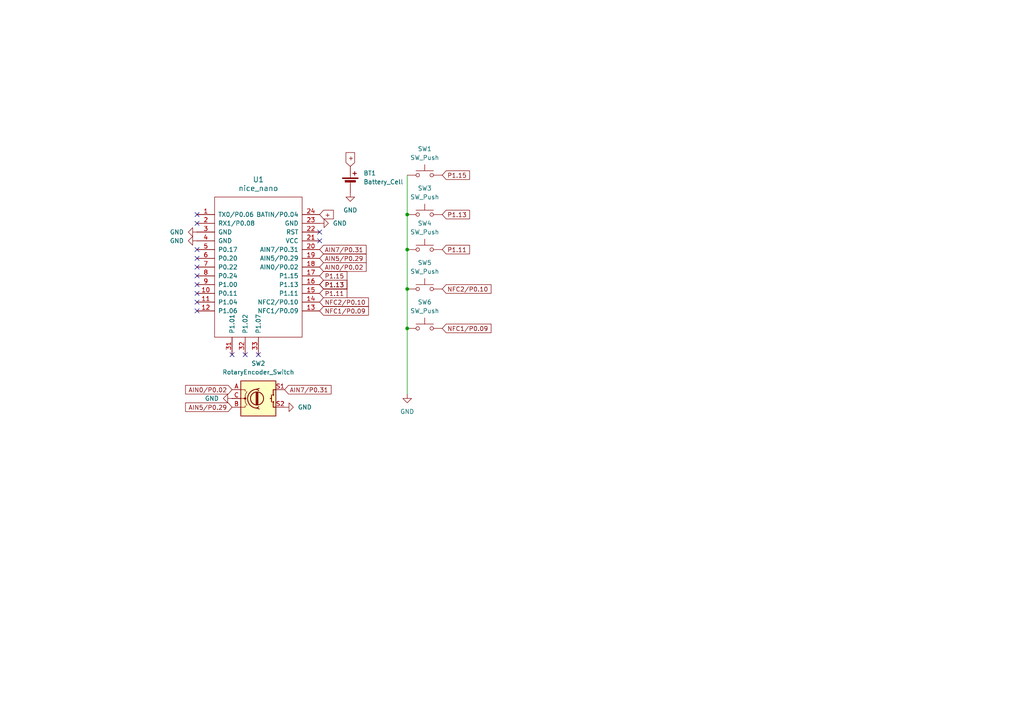
<source format=kicad_sch>
(kicad_sch
	(version 20250114)
	(generator "eeschema")
	(generator_version "9.0")
	(uuid "98a2bb2a-96d5-484b-84d1-2880932f63c2")
	(paper "A4")
	(lib_symbols
		(symbol "Device:Battery_Cell"
			(pin_numbers
				(hide yes)
			)
			(pin_names
				(offset 0)
				(hide yes)
			)
			(exclude_from_sim no)
			(in_bom yes)
			(on_board yes)
			(property "Reference" "BT"
				(at 2.54 2.54 0)
				(effects
					(font
						(size 1.27 1.27)
					)
					(justify left)
				)
			)
			(property "Value" "Battery_Cell"
				(at 2.54 0 0)
				(effects
					(font
						(size 1.27 1.27)
					)
					(justify left)
				)
			)
			(property "Footprint" ""
				(at 0 1.524 90)
				(effects
					(font
						(size 1.27 1.27)
					)
					(hide yes)
				)
			)
			(property "Datasheet" "~"
				(at 0 1.524 90)
				(effects
					(font
						(size 1.27 1.27)
					)
					(hide yes)
				)
			)
			(property "Description" "Single-cell battery"
				(at 0 0 0)
				(effects
					(font
						(size 1.27 1.27)
					)
					(hide yes)
				)
			)
			(property "ki_keywords" "battery cell"
				(at 0 0 0)
				(effects
					(font
						(size 1.27 1.27)
					)
					(hide yes)
				)
			)
			(symbol "Battery_Cell_0_1"
				(rectangle
					(start -2.286 1.778)
					(end 2.286 1.524)
					(stroke
						(width 0)
						(type default)
					)
					(fill
						(type outline)
					)
				)
				(rectangle
					(start -1.524 1.016)
					(end 1.524 0.508)
					(stroke
						(width 0)
						(type default)
					)
					(fill
						(type outline)
					)
				)
				(polyline
					(pts
						(xy 0 1.778) (xy 0 2.54)
					)
					(stroke
						(width 0)
						(type default)
					)
					(fill
						(type none)
					)
				)
				(polyline
					(pts
						(xy 0 0.762) (xy 0 0)
					)
					(stroke
						(width 0)
						(type default)
					)
					(fill
						(type none)
					)
				)
				(polyline
					(pts
						(xy 0.762 3.048) (xy 1.778 3.048)
					)
					(stroke
						(width 0.254)
						(type default)
					)
					(fill
						(type none)
					)
				)
				(polyline
					(pts
						(xy 1.27 3.556) (xy 1.27 2.54)
					)
					(stroke
						(width 0.254)
						(type default)
					)
					(fill
						(type none)
					)
				)
			)
			(symbol "Battery_Cell_1_1"
				(pin passive line
					(at 0 5.08 270)
					(length 2.54)
					(name "+"
						(effects
							(font
								(size 1.27 1.27)
							)
						)
					)
					(number "1"
						(effects
							(font
								(size 1.27 1.27)
							)
						)
					)
				)
				(pin passive line
					(at 0 -2.54 90)
					(length 2.54)
					(name "-"
						(effects
							(font
								(size 1.27 1.27)
							)
						)
					)
					(number "2"
						(effects
							(font
								(size 1.27 1.27)
							)
						)
					)
				)
			)
			(embedded_fonts no)
		)
		(symbol "Device:RotaryEncoder_Switch"
			(pin_names
				(offset 0.254)
				(hide yes)
			)
			(exclude_from_sim no)
			(in_bom yes)
			(on_board yes)
			(property "Reference" "SW"
				(at 0 6.604 0)
				(effects
					(font
						(size 1.27 1.27)
					)
				)
			)
			(property "Value" "RotaryEncoder_Switch"
				(at 0 -6.604 0)
				(effects
					(font
						(size 1.27 1.27)
					)
				)
			)
			(property "Footprint" ""
				(at -3.81 4.064 0)
				(effects
					(font
						(size 1.27 1.27)
					)
					(hide yes)
				)
			)
			(property "Datasheet" "~"
				(at 0 6.604 0)
				(effects
					(font
						(size 1.27 1.27)
					)
					(hide yes)
				)
			)
			(property "Description" "Rotary encoder, dual channel, incremental quadrate outputs, with switch"
				(at 0 0 0)
				(effects
					(font
						(size 1.27 1.27)
					)
					(hide yes)
				)
			)
			(property "ki_keywords" "rotary switch encoder switch push button"
				(at 0 0 0)
				(effects
					(font
						(size 1.27 1.27)
					)
					(hide yes)
				)
			)
			(property "ki_fp_filters" "RotaryEncoder*Switch*"
				(at 0 0 0)
				(effects
					(font
						(size 1.27 1.27)
					)
					(hide yes)
				)
			)
			(symbol "RotaryEncoder_Switch_0_1"
				(rectangle
					(start -5.08 5.08)
					(end 5.08 -5.08)
					(stroke
						(width 0.254)
						(type default)
					)
					(fill
						(type background)
					)
				)
				(polyline
					(pts
						(xy -5.08 2.54) (xy -3.81 2.54) (xy -3.81 2.032)
					)
					(stroke
						(width 0)
						(type default)
					)
					(fill
						(type none)
					)
				)
				(polyline
					(pts
						(xy -5.08 0) (xy -3.81 0) (xy -3.81 -1.016) (xy -3.302 -2.032)
					)
					(stroke
						(width 0)
						(type default)
					)
					(fill
						(type none)
					)
				)
				(polyline
					(pts
						(xy -5.08 -2.54) (xy -3.81 -2.54) (xy -3.81 -2.032)
					)
					(stroke
						(width 0)
						(type default)
					)
					(fill
						(type none)
					)
				)
				(polyline
					(pts
						(xy -4.318 0) (xy -3.81 0) (xy -3.81 1.016) (xy -3.302 2.032)
					)
					(stroke
						(width 0)
						(type default)
					)
					(fill
						(type none)
					)
				)
				(circle
					(center -3.81 0)
					(radius 0.254)
					(stroke
						(width 0)
						(type default)
					)
					(fill
						(type outline)
					)
				)
				(polyline
					(pts
						(xy -0.635 -1.778) (xy -0.635 1.778)
					)
					(stroke
						(width 0.254)
						(type default)
					)
					(fill
						(type none)
					)
				)
				(circle
					(center -0.381 0)
					(radius 1.905)
					(stroke
						(width 0.254)
						(type default)
					)
					(fill
						(type none)
					)
				)
				(polyline
					(pts
						(xy -0.381 -1.778) (xy -0.381 1.778)
					)
					(stroke
						(width 0.254)
						(type default)
					)
					(fill
						(type none)
					)
				)
				(arc
					(start -0.381 -2.794)
					(mid -3.0988 -0.0635)
					(end -0.381 2.667)
					(stroke
						(width 0.254)
						(type default)
					)
					(fill
						(type none)
					)
				)
				(polyline
					(pts
						(xy -0.127 1.778) (xy -0.127 -1.778)
					)
					(stroke
						(width 0.254)
						(type default)
					)
					(fill
						(type none)
					)
				)
				(polyline
					(pts
						(xy 0.254 2.921) (xy -0.508 2.667) (xy 0.127 2.286)
					)
					(stroke
						(width 0.254)
						(type default)
					)
					(fill
						(type none)
					)
				)
				(polyline
					(pts
						(xy 0.254 -3.048) (xy -0.508 -2.794) (xy 0.127 -2.413)
					)
					(stroke
						(width 0.254)
						(type default)
					)
					(fill
						(type none)
					)
				)
				(polyline
					(pts
						(xy 3.81 1.016) (xy 3.81 -1.016)
					)
					(stroke
						(width 0.254)
						(type default)
					)
					(fill
						(type none)
					)
				)
				(polyline
					(pts
						(xy 3.81 0) (xy 3.429 0)
					)
					(stroke
						(width 0.254)
						(type default)
					)
					(fill
						(type none)
					)
				)
				(circle
					(center 4.318 1.016)
					(radius 0.127)
					(stroke
						(width 0.254)
						(type default)
					)
					(fill
						(type none)
					)
				)
				(circle
					(center 4.318 -1.016)
					(radius 0.127)
					(stroke
						(width 0.254)
						(type default)
					)
					(fill
						(type none)
					)
				)
				(polyline
					(pts
						(xy 5.08 2.54) (xy 4.318 2.54) (xy 4.318 1.016)
					)
					(stroke
						(width 0.254)
						(type default)
					)
					(fill
						(type none)
					)
				)
				(polyline
					(pts
						(xy 5.08 -2.54) (xy 4.318 -2.54) (xy 4.318 -1.016)
					)
					(stroke
						(width 0.254)
						(type default)
					)
					(fill
						(type none)
					)
				)
			)
			(symbol "RotaryEncoder_Switch_1_1"
				(pin passive line
					(at -7.62 2.54 0)
					(length 2.54)
					(name "A"
						(effects
							(font
								(size 1.27 1.27)
							)
						)
					)
					(number "A"
						(effects
							(font
								(size 1.27 1.27)
							)
						)
					)
				)
				(pin passive line
					(at -7.62 0 0)
					(length 2.54)
					(name "C"
						(effects
							(font
								(size 1.27 1.27)
							)
						)
					)
					(number "C"
						(effects
							(font
								(size 1.27 1.27)
							)
						)
					)
				)
				(pin passive line
					(at -7.62 -2.54 0)
					(length 2.54)
					(name "B"
						(effects
							(font
								(size 1.27 1.27)
							)
						)
					)
					(number "B"
						(effects
							(font
								(size 1.27 1.27)
							)
						)
					)
				)
				(pin passive line
					(at 7.62 2.54 180)
					(length 2.54)
					(name "S1"
						(effects
							(font
								(size 1.27 1.27)
							)
						)
					)
					(number "S1"
						(effects
							(font
								(size 1.27 1.27)
							)
						)
					)
				)
				(pin passive line
					(at 7.62 -2.54 180)
					(length 2.54)
					(name "S2"
						(effects
							(font
								(size 1.27 1.27)
							)
						)
					)
					(number "S2"
						(effects
							(font
								(size 1.27 1.27)
							)
						)
					)
				)
			)
			(embedded_fonts no)
		)
		(symbol "Switch:SW_Push"
			(pin_numbers
				(hide yes)
			)
			(pin_names
				(offset 1.016)
				(hide yes)
			)
			(exclude_from_sim no)
			(in_bom yes)
			(on_board yes)
			(property "Reference" "SW"
				(at 1.27 2.54 0)
				(effects
					(font
						(size 1.27 1.27)
					)
					(justify left)
				)
			)
			(property "Value" "SW_Push"
				(at 0 -1.524 0)
				(effects
					(font
						(size 1.27 1.27)
					)
				)
			)
			(property "Footprint" ""
				(at 0 5.08 0)
				(effects
					(font
						(size 1.27 1.27)
					)
					(hide yes)
				)
			)
			(property "Datasheet" "~"
				(at 0 5.08 0)
				(effects
					(font
						(size 1.27 1.27)
					)
					(hide yes)
				)
			)
			(property "Description" "Push button switch, generic, two pins"
				(at 0 0 0)
				(effects
					(font
						(size 1.27 1.27)
					)
					(hide yes)
				)
			)
			(property "ki_keywords" "switch normally-open pushbutton push-button"
				(at 0 0 0)
				(effects
					(font
						(size 1.27 1.27)
					)
					(hide yes)
				)
			)
			(symbol "SW_Push_0_1"
				(circle
					(center -2.032 0)
					(radius 0.508)
					(stroke
						(width 0)
						(type default)
					)
					(fill
						(type none)
					)
				)
				(polyline
					(pts
						(xy 0 1.27) (xy 0 3.048)
					)
					(stroke
						(width 0)
						(type default)
					)
					(fill
						(type none)
					)
				)
				(circle
					(center 2.032 0)
					(radius 0.508)
					(stroke
						(width 0)
						(type default)
					)
					(fill
						(type none)
					)
				)
				(polyline
					(pts
						(xy 2.54 1.27) (xy -2.54 1.27)
					)
					(stroke
						(width 0)
						(type default)
					)
					(fill
						(type none)
					)
				)
				(pin passive line
					(at -5.08 0 0)
					(length 2.54)
					(name "1"
						(effects
							(font
								(size 1.27 1.27)
							)
						)
					)
					(number "1"
						(effects
							(font
								(size 1.27 1.27)
							)
						)
					)
				)
				(pin passive line
					(at 5.08 0 180)
					(length 2.54)
					(name "2"
						(effects
							(font
								(size 1.27 1.27)
							)
						)
					)
					(number "2"
						(effects
							(font
								(size 1.27 1.27)
							)
						)
					)
				)
			)
			(embedded_fonts no)
		)
		(symbol "nice_nano:nice_nano"
			(pin_names
				(offset 1.016)
			)
			(exclude_from_sim no)
			(in_bom yes)
			(on_board yes)
			(property "Reference" "U"
				(at 0 0 0)
				(effects
					(font
						(size 1.524 1.524)
					)
				)
			)
			(property "Value" "nice_nano"
				(at 0 2.54 0)
				(effects
					(font
						(size 1.524 1.524)
					)
				)
			)
			(property "Footprint" ""
				(at 26.67 -63.5 90)
				(effects
					(font
						(size 1.524 1.524)
					)
					(hide yes)
				)
			)
			(property "Datasheet" ""
				(at 26.67 -63.5 90)
				(effects
					(font
						(size 1.524 1.524)
					)
					(hide yes)
				)
			)
			(property "Description" ""
				(at 0 0 0)
				(effects
					(font
						(size 1.27 1.27)
					)
					(hide yes)
				)
			)
			(symbol "nice_nano_0_1"
				(rectangle
					(start -12.7 -21.59)
					(end 12.7 19.05)
					(stroke
						(width 0)
						(type solid)
					)
					(fill
						(type none)
					)
				)
			)
			(symbol "nice_nano_1_1"
				(pin input line
					(at -17.78 13.97 0)
					(length 5.08)
					(name "TX0/P0.06"
						(effects
							(font
								(size 1.27 1.27)
							)
						)
					)
					(number "1"
						(effects
							(font
								(size 1.27 1.27)
							)
						)
					)
				)
				(pin input line
					(at -17.78 11.43 0)
					(length 5.08)
					(name "RX1/P0.08"
						(effects
							(font
								(size 1.27 1.27)
							)
						)
					)
					(number "2"
						(effects
							(font
								(size 1.27 1.27)
							)
						)
					)
				)
				(pin input line
					(at -17.78 8.89 0)
					(length 5.08)
					(name "GND"
						(effects
							(font
								(size 1.27 1.27)
							)
						)
					)
					(number "3"
						(effects
							(font
								(size 1.27 1.27)
							)
						)
					)
				)
				(pin input line
					(at -17.78 6.35 0)
					(length 5.08)
					(name "GND"
						(effects
							(font
								(size 1.27 1.27)
							)
						)
					)
					(number "4"
						(effects
							(font
								(size 1.27 1.27)
							)
						)
					)
				)
				(pin input line
					(at -17.78 3.81 0)
					(length 5.08)
					(name "P0.17"
						(effects
							(font
								(size 1.27 1.27)
							)
						)
					)
					(number "5"
						(effects
							(font
								(size 1.27 1.27)
							)
						)
					)
				)
				(pin input line
					(at -17.78 1.27 0)
					(length 5.08)
					(name "P0.20"
						(effects
							(font
								(size 1.27 1.27)
							)
						)
					)
					(number "6"
						(effects
							(font
								(size 1.27 1.27)
							)
						)
					)
				)
				(pin input line
					(at -17.78 -1.27 0)
					(length 5.08)
					(name "P0.22"
						(effects
							(font
								(size 1.27 1.27)
							)
						)
					)
					(number "7"
						(effects
							(font
								(size 1.27 1.27)
							)
						)
					)
				)
				(pin input line
					(at -17.78 -3.81 0)
					(length 5.08)
					(name "P0.24"
						(effects
							(font
								(size 1.27 1.27)
							)
						)
					)
					(number "8"
						(effects
							(font
								(size 1.27 1.27)
							)
						)
					)
				)
				(pin input line
					(at -17.78 -6.35 0)
					(length 5.08)
					(name "P1.00"
						(effects
							(font
								(size 1.27 1.27)
							)
						)
					)
					(number "9"
						(effects
							(font
								(size 1.27 1.27)
							)
						)
					)
				)
				(pin input line
					(at -17.78 -8.89 0)
					(length 5.08)
					(name "P0.11"
						(effects
							(font
								(size 1.27 1.27)
							)
						)
					)
					(number "10"
						(effects
							(font
								(size 1.27 1.27)
							)
						)
					)
				)
				(pin input line
					(at -17.78 -11.43 0)
					(length 5.08)
					(name "P1.04"
						(effects
							(font
								(size 1.27 1.27)
							)
						)
					)
					(number "11"
						(effects
							(font
								(size 1.27 1.27)
							)
						)
					)
				)
				(pin input line
					(at -17.78 -13.97 0)
					(length 5.08)
					(name "P1.06"
						(effects
							(font
								(size 1.27 1.27)
							)
						)
					)
					(number "12"
						(effects
							(font
								(size 1.27 1.27)
							)
						)
					)
				)
				(pin input line
					(at -7.62 -26.67 90)
					(length 5.08)
					(name "P1.01"
						(effects
							(font
								(size 1.27 1.27)
							)
						)
					)
					(number "31"
						(effects
							(font
								(size 1.27 1.27)
							)
						)
					)
				)
				(pin input line
					(at -3.81 -26.67 90)
					(length 5.08)
					(name "P1.02"
						(effects
							(font
								(size 1.27 1.27)
							)
						)
					)
					(number "32"
						(effects
							(font
								(size 1.27 1.27)
							)
						)
					)
				)
				(pin input line
					(at 0 -26.67 90)
					(length 5.08)
					(name "P1.07"
						(effects
							(font
								(size 1.27 1.27)
							)
						)
					)
					(number "33"
						(effects
							(font
								(size 1.27 1.27)
							)
						)
					)
				)
				(pin input line
					(at 17.78 13.97 180)
					(length 5.08)
					(name "BATIN/P0.04"
						(effects
							(font
								(size 1.27 1.27)
							)
						)
					)
					(number "24"
						(effects
							(font
								(size 1.27 1.27)
							)
						)
					)
				)
				(pin input line
					(at 17.78 11.43 180)
					(length 5.08)
					(name "GND"
						(effects
							(font
								(size 1.27 1.27)
							)
						)
					)
					(number "23"
						(effects
							(font
								(size 1.27 1.27)
							)
						)
					)
				)
				(pin input line
					(at 17.78 8.89 180)
					(length 5.08)
					(name "RST"
						(effects
							(font
								(size 1.27 1.27)
							)
						)
					)
					(number "22"
						(effects
							(font
								(size 1.27 1.27)
							)
						)
					)
				)
				(pin input line
					(at 17.78 6.35 180)
					(length 5.08)
					(name "VCC"
						(effects
							(font
								(size 1.27 1.27)
							)
						)
					)
					(number "21"
						(effects
							(font
								(size 1.27 1.27)
							)
						)
					)
				)
				(pin input line
					(at 17.78 3.81 180)
					(length 5.08)
					(name "AIN7/P0.31"
						(effects
							(font
								(size 1.27 1.27)
							)
						)
					)
					(number "20"
						(effects
							(font
								(size 1.27 1.27)
							)
						)
					)
				)
				(pin input line
					(at 17.78 1.27 180)
					(length 5.08)
					(name "AIN5/P0.29"
						(effects
							(font
								(size 1.27 1.27)
							)
						)
					)
					(number "19"
						(effects
							(font
								(size 1.27 1.27)
							)
						)
					)
				)
				(pin input line
					(at 17.78 -1.27 180)
					(length 5.08)
					(name "AIN0/P0.02"
						(effects
							(font
								(size 1.27 1.27)
							)
						)
					)
					(number "18"
						(effects
							(font
								(size 1.27 1.27)
							)
						)
					)
				)
				(pin input line
					(at 17.78 -3.81 180)
					(length 5.08)
					(name "P1.15"
						(effects
							(font
								(size 1.27 1.27)
							)
						)
					)
					(number "17"
						(effects
							(font
								(size 1.27 1.27)
							)
						)
					)
				)
				(pin input line
					(at 17.78 -6.35 180)
					(length 5.08)
					(name "P1.13"
						(effects
							(font
								(size 1.27 1.27)
							)
						)
					)
					(number "16"
						(effects
							(font
								(size 1.27 1.27)
							)
						)
					)
				)
				(pin input line
					(at 17.78 -8.89 180)
					(length 5.08)
					(name "P1.11"
						(effects
							(font
								(size 1.27 1.27)
							)
						)
					)
					(number "15"
						(effects
							(font
								(size 1.27 1.27)
							)
						)
					)
				)
				(pin input line
					(at 17.78 -11.43 180)
					(length 5.08)
					(name "NFC2/P0.10"
						(effects
							(font
								(size 1.27 1.27)
							)
						)
					)
					(number "14"
						(effects
							(font
								(size 1.27 1.27)
							)
						)
					)
				)
				(pin input line
					(at 17.78 -13.97 180)
					(length 5.08)
					(name "NFC1/P0.09"
						(effects
							(font
								(size 1.27 1.27)
							)
						)
					)
					(number "13"
						(effects
							(font
								(size 1.27 1.27)
							)
						)
					)
				)
			)
			(embedded_fonts no)
		)
		(symbol "power:GND"
			(power)
			(pin_numbers
				(hide yes)
			)
			(pin_names
				(offset 0)
				(hide yes)
			)
			(exclude_from_sim no)
			(in_bom yes)
			(on_board yes)
			(property "Reference" "#PWR"
				(at 0 -6.35 0)
				(effects
					(font
						(size 1.27 1.27)
					)
					(hide yes)
				)
			)
			(property "Value" "GND"
				(at 0 -3.81 0)
				(effects
					(font
						(size 1.27 1.27)
					)
				)
			)
			(property "Footprint" ""
				(at 0 0 0)
				(effects
					(font
						(size 1.27 1.27)
					)
					(hide yes)
				)
			)
			(property "Datasheet" ""
				(at 0 0 0)
				(effects
					(font
						(size 1.27 1.27)
					)
					(hide yes)
				)
			)
			(property "Description" "Power symbol creates a global label with name \"GND\" , ground"
				(at 0 0 0)
				(effects
					(font
						(size 1.27 1.27)
					)
					(hide yes)
				)
			)
			(property "ki_keywords" "global power"
				(at 0 0 0)
				(effects
					(font
						(size 1.27 1.27)
					)
					(hide yes)
				)
			)
			(symbol "GND_0_1"
				(polyline
					(pts
						(xy 0 0) (xy 0 -1.27) (xy 1.27 -1.27) (xy 0 -2.54) (xy -1.27 -1.27) (xy 0 -1.27)
					)
					(stroke
						(width 0)
						(type default)
					)
					(fill
						(type none)
					)
				)
			)
			(symbol "GND_1_1"
				(pin power_in line
					(at 0 0 270)
					(length 0)
					(name "~"
						(effects
							(font
								(size 1.27 1.27)
							)
						)
					)
					(number "1"
						(effects
							(font
								(size 1.27 1.27)
							)
						)
					)
				)
			)
			(embedded_fonts no)
		)
	)
	(junction
		(at 118.11 95.25)
		(diameter 0)
		(color 0 0 0 0)
		(uuid "03bcfc26-16c7-4818-a156-3a81877fd36f")
	)
	(junction
		(at 118.11 83.82)
		(diameter 0)
		(color 0 0 0 0)
		(uuid "107d5564-e1bf-4183-9312-00dfe043e7e9")
	)
	(junction
		(at 118.11 72.39)
		(diameter 0)
		(color 0 0 0 0)
		(uuid "35551796-0f24-4977-ad75-1aeee52a0d3c")
	)
	(junction
		(at 118.11 62.23)
		(diameter 0)
		(color 0 0 0 0)
		(uuid "aa506fc0-7280-460c-8e2d-e753d73ee1fd")
	)
	(no_connect
		(at 57.15 62.23)
		(uuid "03600bbf-d8dd-4d2b-b302-ab5862789d8e")
	)
	(no_connect
		(at 57.15 85.09)
		(uuid "0dc0a110-67ef-46eb-9aa6-f40752766828")
	)
	(no_connect
		(at 74.93 102.87)
		(uuid "0f8b5c71-9af8-4d23-a5ba-b8189eea8c3f")
	)
	(no_connect
		(at 57.15 80.01)
		(uuid "1ac4512e-73cf-4b58-9382-8a67082d0abf")
	)
	(no_connect
		(at 57.15 77.47)
		(uuid "34d474cb-307e-42e8-9e81-3dfbb1fd9960")
	)
	(no_connect
		(at 57.15 74.93)
		(uuid "3c2109c9-6e48-427d-ab5b-8433f32e26b6")
	)
	(no_connect
		(at 71.12 102.87)
		(uuid "5023238c-8848-4e6f-8c30-60832798afdd")
	)
	(no_connect
		(at 67.31 102.87)
		(uuid "5d47f299-8264-4310-b227-15b29dfc6f2c")
	)
	(no_connect
		(at 92.71 69.85)
		(uuid "73fb0cfe-4192-4f5c-b5f1-24a8f2219391")
	)
	(no_connect
		(at 57.15 87.63)
		(uuid "7690d6ad-3aec-47c1-b72f-64e5e957268e")
	)
	(no_connect
		(at 92.71 67.31)
		(uuid "be15f869-761c-4277-8a8e-2129ad7b4e04")
	)
	(no_connect
		(at 57.15 64.77)
		(uuid "d6273572-1fac-4c88-a96d-caaa4a1f43ae")
	)
	(no_connect
		(at 57.15 82.55)
		(uuid "d856daf5-953e-45bf-995e-9b8ba6b96cf5")
	)
	(no_connect
		(at 57.15 90.17)
		(uuid "e07427a0-a100-4a83-902d-f2ae3ad3aa96")
	)
	(no_connect
		(at 57.15 72.39)
		(uuid "f7980919-05ad-4e0c-96b2-e1cefc15e63f")
	)
	(wire
		(pts
			(xy 118.11 50.8) (xy 118.11 62.23)
		)
		(stroke
			(width 0)
			(type default)
		)
		(uuid "1e19da73-fbea-4979-9534-242ee0c00fc3")
	)
	(wire
		(pts
			(xy 118.11 83.82) (xy 118.11 95.25)
		)
		(stroke
			(width 0)
			(type default)
		)
		(uuid "20979c84-1096-44b1-bfb9-6ebd9f00fd5b")
	)
	(wire
		(pts
			(xy 118.11 62.23) (xy 118.11 72.39)
		)
		(stroke
			(width 0)
			(type default)
		)
		(uuid "be5030a5-2f2a-4f02-9eb1-f33ec1810054")
	)
	(wire
		(pts
			(xy 118.11 95.25) (xy 118.11 114.3)
		)
		(stroke
			(width 0)
			(type default)
		)
		(uuid "f7e2feb4-0601-4fa9-a012-80e5f4a01e43")
	)
	(wire
		(pts
			(xy 118.11 72.39) (xy 118.11 83.82)
		)
		(stroke
			(width 0)
			(type default)
		)
		(uuid "fea95839-2997-4059-8c9d-69ef9bf53dcb")
	)
	(global_label "AIN0/P0.02"
		(shape input)
		(at 92.71 77.47 0)
		(effects
			(font
				(size 1.27 1.27)
			)
			(justify left)
		)
		(uuid "14378bc0-1dab-4d23-8da7-058235957933")
		(property "Intersheetrefs" "${INTERSHEET_REFS}"
			(at 92.71 77.47 0)
			(effects
				(font
					(size 1.27 1.27)
				)
				(hide yes)
			)
		)
	)
	(global_label "P1.15"
		(shape input)
		(at 128.27 50.8 0)
		(effects
			(font
				(size 1.27 1.27)
			)
			(justify left)
		)
		(uuid "1960f566-3cf1-48d9-943a-989c1273d147")
		(property "Intersheetrefs" "${INTERSHEET_REFS}"
			(at 128.27 50.8 0)
			(effects
				(font
					(size 1.27 1.27)
				)
				(hide yes)
			)
		)
	)
	(global_label "NFC2/P0.10"
		(shape input)
		(at 92.71 87.63 0)
		(effects
			(font
				(size 1.27 1.27)
			)
			(justify left)
		)
		(uuid "309d0cca-385a-4c88-b150-712601e7f8a6")
		(property "Intersheetrefs" "${INTERSHEET_REFS}"
			(at 92.71 87.63 0)
			(effects
				(font
					(size 1.27 1.27)
				)
				(hide yes)
			)
		)
	)
	(global_label "NFC2/P0.10"
		(shape input)
		(at 128.27 83.82 0)
		(effects
			(font
				(size 1.27 1.27)
			)
			(justify left)
		)
		(uuid "45757877-d305-4fde-bb74-a5e5c6e07656")
		(property "Intersheetrefs" "${INTERSHEET_REFS}"
			(at 128.27 83.82 0)
			(effects
				(font
					(size 1.27 1.27)
				)
				(hide yes)
			)
		)
	)
	(global_label "P1.13"
		(shape input)
		(at 128.27 62.23 0)
		(effects
			(font
				(size 1.27 1.27)
			)
			(justify left)
		)
		(uuid "4f5bce5d-c2f0-4b5c-889f-e13916cca8ac")
		(property "Intersheetrefs" "${INTERSHEET_REFS}"
			(at 128.27 62.23 0)
			(effects
				(font
					(size 1.27 1.27)
				)
				(hide yes)
			)
		)
	)
	(global_label "+"
		(shape input)
		(at 92.71 62.23 0)
		(effects
			(font
				(size 1.27 1.27)
			)
			(justify left)
		)
		(uuid "4ff82684-816f-4a3e-8a47-1d9d472fd124")
		(property "Intersheetrefs" "${INTERSHEET_REFS}"
			(at 92.71 62.23 0)
			(effects
				(font
					(size 1.27 1.27)
				)
				(hide yes)
			)
		)
	)
	(global_label "AIN5/P0.29"
		(shape input)
		(at 67.31 118.11 180)
		(effects
			(font
				(size 1.27 1.27)
			)
			(justify right)
		)
		(uuid "57bbe78f-06aa-4272-a1b9-e1e73b0ea68b")
		(property "Intersheetrefs" "${INTERSHEET_REFS}"
			(at 67.31 118.11 0)
			(effects
				(font
					(size 1.27 1.27)
				)
				(hide yes)
			)
		)
	)
	(global_label "P1.15"
		(shape input)
		(at 92.71 80.01 0)
		(effects
			(font
				(size 1.27 1.27)
			)
			(justify left)
		)
		(uuid "6616a143-1670-45ef-af3c-ba27647da946")
		(property "Intersheetrefs" "${INTERSHEET_REFS}"
			(at 92.71 80.01 0)
			(effects
				(font
					(size 1.27 1.27)
				)
				(hide yes)
			)
		)
	)
	(global_label "P1.11"
		(shape input)
		(at 92.71 85.09 0)
		(effects
			(font
				(size 1.27 1.27)
			)
			(justify left)
		)
		(uuid "7fa2a66f-2cf8-46dc-a055-28ff943b32aa")
		(property "Intersheetrefs" "${INTERSHEET_REFS}"
			(at 92.71 85.09 0)
			(effects
				(font
					(size 1.27 1.27)
				)
				(hide yes)
			)
		)
	)
	(global_label "P1.11"
		(shape input)
		(at 128.27 72.39 0)
		(effects
			(font
				(size 1.27 1.27)
			)
			(justify left)
		)
		(uuid "886aa2ef-6078-48c9-b4e0-7d9ca6fc01b0")
		(property "Intersheetrefs" "${INTERSHEET_REFS}"
			(at 128.27 72.39 0)
			(effects
				(font
					(size 1.27 1.27)
				)
				(hide yes)
			)
		)
	)
	(global_label "AIN7/P0.31"
		(shape input)
		(at 82.55 113.03 0)
		(effects
			(font
				(size 1.27 1.27)
			)
			(justify left)
		)
		(uuid "8da7dc7e-2e6b-4539-8e54-b1c9ba680f01")
		(property "Intersheetrefs" "${INTERSHEET_REFS}"
			(at 82.55 113.03 0)
			(effects
				(font
					(size 1.27 1.27)
				)
				(hide yes)
			)
		)
	)
	(global_label "AIN7/P0.31"
		(shape input)
		(at 92.71 72.39 0)
		(effects
			(font
				(size 1.27 1.27)
			)
			(justify left)
		)
		(uuid "9552da8c-8205-4f8f-82c6-afea1884a314")
		(property "Intersheetrefs" "${INTERSHEET_REFS}"
			(at 92.71 72.39 0)
			(effects
				(font
					(size 1.27 1.27)
				)
				(hide yes)
			)
		)
	)
	(global_label "P1.13"
		(shape input)
		(at 92.71 82.55 0)
		(effects
			(font
				(size 1.27 1.27)
			)
			(justify left)
		)
		(uuid "9908038e-e2e7-4ec9-969e-46e76ebc022c")
		(property "Intersheetrefs" "${INTERSHEET_REFS}"
			(at 92.71 82.55 0)
			(effects
				(font
					(size 1.27 1.27)
				)
				(hide yes)
			)
		)
	)
	(global_label "P1.13"
		(shape input)
		(at 92.71 82.55 0)
		(effects
			(font
				(size 1.27 1.27)
			)
			(justify left)
		)
		(uuid "cbfe44be-8d16-4e2a-ab82-a179d9aa076a")
		(property "Intersheetrefs" "${INTERSHEET_REFS}"
			(at 92.71 82.55 0)
			(effects
				(font
					(size 1.27 1.27)
				)
				(hide yes)
			)
		)
	)
	(global_label "AIN0/P0.02"
		(shape input)
		(at 67.31 113.03 180)
		(effects
			(font
				(size 1.27 1.27)
			)
			(justify right)
		)
		(uuid "ce1c9288-dbab-45db-b5b4-e57e606a6c7a")
		(property "Intersheetrefs" "${INTERSHEET_REFS}"
			(at 67.31 113.03 0)
			(effects
				(font
					(size 1.27 1.27)
				)
				(hide yes)
			)
		)
	)
	(global_label "NFC1/P0.09"
		(shape input)
		(at 128.27 95.25 0)
		(effects
			(font
				(size 1.27 1.27)
			)
			(justify left)
		)
		(uuid "d0403781-4175-4438-a722-f2d5fd2330f0")
		(property "Intersheetrefs" "${INTERSHEET_REFS}"
			(at 128.27 95.25 0)
			(effects
				(font
					(size 1.27 1.27)
				)
				(hide yes)
			)
		)
	)
	(global_label "+"
		(shape input)
		(at 101.6 48.26 90)
		(effects
			(font
				(size 1.27 1.27)
			)
			(justify left)
		)
		(uuid "d0b05bb4-01b8-4e7f-9760-8c136b5aaf15")
		(property "Intersheetrefs" "${INTERSHEET_REFS}"
			(at 101.6 48.26 90)
			(effects
				(font
					(size 1.27 1.27)
				)
				(hide yes)
			)
		)
	)
	(global_label "NFC1/P0.09"
		(shape input)
		(at 92.71 90.17 0)
		(effects
			(font
				(size 1.27 1.27)
			)
			(justify left)
		)
		(uuid "f4de7f01-1e80-4efc-bcc2-539bb3e1e0eb")
		(property "Intersheetrefs" "${INTERSHEET_REFS}"
			(at 92.71 90.17 0)
			(effects
				(font
					(size 1.27 1.27)
				)
				(hide yes)
			)
		)
	)
	(global_label "AIN5/P0.29"
		(shape input)
		(at 92.71 74.93 0)
		(effects
			(font
				(size 1.27 1.27)
			)
			(justify left)
		)
		(uuid "fbd87eb4-122a-402c-8857-4731b9864c11")
		(property "Intersheetrefs" "${INTERSHEET_REFS}"
			(at 92.71 74.93 0)
			(effects
				(font
					(size 1.27 1.27)
				)
				(hide yes)
			)
		)
	)
	(symbol
		(lib_id "Device:Battery_Cell")
		(at 101.6 53.34 0)
		(unit 1)
		(exclude_from_sim no)
		(in_bom yes)
		(on_board yes)
		(dnp no)
		(fields_autoplaced yes)
		(uuid "0cac2230-e583-46dd-8dac-c554c2aa8de9")
		(property "Reference" "BT1"
			(at 105.41 50.2284 0)
			(effects
				(font
					(size 1.27 1.27)
				)
				(justify left)
			)
		)
		(property "Value" "Battery_Cell"
			(at 105.41 52.7684 0)
			(effects
				(font
					(size 1.27 1.27)
				)
				(justify left)
			)
		)
		(property "Footprint" ""
			(at 101.6 51.816 90)
			(effects
				(font
					(size 1.27 1.27)
				)
				(hide yes)
			)
		)
		(property "Datasheet" "~"
			(at 101.6 51.816 90)
			(effects
				(font
					(size 1.27 1.27)
				)
				(hide yes)
			)
		)
		(property "Description" "Single-cell battery"
			(at 101.6 53.34 0)
			(effects
				(font
					(size 1.27 1.27)
				)
				(hide yes)
			)
		)
		(pin "2"
			(uuid "8828649e-888f-416c-99b9-fdc928da6b2e")
		)
		(pin "1"
			(uuid "473e17c3-d290-4e64-a495-838037678e44")
		)
		(instances
			(project ""
				(path "/98a2bb2a-96d5-484b-84d1-2880932f63c2"
					(reference "BT1")
					(unit 1)
				)
			)
		)
	)
	(symbol
		(lib_id "nice_nano:nice_nano")
		(at 74.93 76.2 0)
		(unit 1)
		(exclude_from_sim no)
		(in_bom yes)
		(on_board yes)
		(dnp no)
		(fields_autoplaced yes)
		(uuid "13aea12e-ee76-4bf3-89e0-ac7cd0888480")
		(property "Reference" "U1"
			(at 74.93 52.07 0)
			(effects
				(font
					(size 1.524 1.524)
				)
			)
		)
		(property "Value" "nice_nano"
			(at 74.93 54.61 0)
			(effects
				(font
					(size 1.524 1.524)
				)
			)
		)
		(property "Footprint" "nice:nice_nano"
			(at 101.6 139.7 90)
			(effects
				(font
					(size 1.524 1.524)
				)
				(hide yes)
			)
		)
		(property "Datasheet" ""
			(at 101.6 139.7 90)
			(effects
				(font
					(size 1.524 1.524)
				)
				(hide yes)
			)
		)
		(property "Description" ""
			(at 74.93 76.2 0)
			(effects
				(font
					(size 1.27 1.27)
				)
				(hide yes)
			)
		)
		(pin "24"
			(uuid "08270c28-e130-41b7-8961-f168ae6c3a6a")
		)
		(pin "7"
			(uuid "4160376c-ebfb-45bf-8d8c-6e83d8d4f5af")
		)
		(pin "10"
			(uuid "83214560-bfc8-484b-9e67-9634f9b1a82b")
		)
		(pin "3"
			(uuid "a83bf617-0877-4427-bed0-b663b6ad8102")
		)
		(pin "5"
			(uuid "b311347f-759d-4f67-91d9-85e1764acb79")
		)
		(pin "2"
			(uuid "29678f77-a380-4887-be05-71f5f2c4df0b")
		)
		(pin "6"
			(uuid "a803110e-a61c-4c2d-852d-d8248803f841")
		)
		(pin "9"
			(uuid "f32911a9-11ff-40b5-bbb1-ed4336655938")
		)
		(pin "4"
			(uuid "e2956dfe-eebb-4b8c-9cf2-401fc9e077f0")
		)
		(pin "31"
			(uuid "d75188d4-58f6-4202-b0b7-c4a9307e9a6a")
		)
		(pin "1"
			(uuid "56b7dd7b-7af3-4624-a8a8-baddaa1015d8")
		)
		(pin "8"
			(uuid "eb7a87b9-52f8-4ede-8ad5-dcae9443477b")
		)
		(pin "11"
			(uuid "010267ec-cfc1-4f50-a9ce-de9cb9060462")
		)
		(pin "12"
			(uuid "93c17528-9f08-4c31-b969-f00508c9337c")
		)
		(pin "32"
			(uuid "a9580f69-b740-41a2-b4aa-ed25e379ffbf")
		)
		(pin "33"
			(uuid "7fc97f72-c0fc-486d-9693-4fc168f6f4b5")
		)
		(pin "13"
			(uuid "e238ecb2-4a25-4205-a93f-046775af0db5")
		)
		(pin "19"
			(uuid "2ecdc8f1-c41c-4f4b-8964-47a83cd7bd24")
		)
		(pin "21"
			(uuid "9ce226c8-5990-46b9-9166-a170e876323f")
		)
		(pin "22"
			(uuid "fc4a2d6a-f0d9-4867-863d-11c491523b7d")
		)
		(pin "18"
			(uuid "614d917f-24d9-4b73-aaf2-654f046030e7")
		)
		(pin "16"
			(uuid "00cc1df6-8fb0-4ac7-838f-b025b4614f1d")
		)
		(pin "15"
			(uuid "e334686b-195d-4c07-83e2-20925e533436")
		)
		(pin "20"
			(uuid "5d11a676-360c-4a18-a853-0910cef8f9f7")
		)
		(pin "14"
			(uuid "3df827b3-0855-4a78-b7dc-16bd6982ac4c")
		)
		(pin "23"
			(uuid "a49197b9-8b0e-4a2b-a928-68e5917e4c54")
		)
		(pin "17"
			(uuid "5bb91c71-5b9c-4441-b01a-956f8bb4d02d")
		)
		(instances
			(project ""
				(path "/98a2bb2a-96d5-484b-84d1-2880932f63c2"
					(reference "U1")
					(unit 1)
				)
			)
		)
	)
	(symbol
		(lib_id "Device:RotaryEncoder_Switch")
		(at 74.93 115.57 0)
		(unit 1)
		(exclude_from_sim no)
		(in_bom yes)
		(on_board yes)
		(dnp no)
		(fields_autoplaced yes)
		(uuid "3368de2b-ed5c-4b41-a724-e4883c5bc189")
		(property "Reference" "SW2"
			(at 74.93 105.41 0)
			(effects
				(font
					(size 1.27 1.27)
				)
			)
		)
		(property "Value" "RotaryEncoder_Switch"
			(at 74.93 107.95 0)
			(effects
				(font
					(size 1.27 1.27)
				)
			)
		)
		(property "Footprint" "Rotary_Encoder:RotaryEncoder_Alps_EC11E-Switch_Vertical_H20mm_MountingHoles"
			(at 71.12 111.506 0)
			(effects
				(font
					(size 1.27 1.27)
				)
				(hide yes)
			)
		)
		(property "Datasheet" "~"
			(at 74.93 108.966 0)
			(effects
				(font
					(size 1.27 1.27)
				)
				(hide yes)
			)
		)
		(property "Description" "Rotary encoder, dual channel, incremental quadrate outputs, with switch"
			(at 74.93 115.57 0)
			(effects
				(font
					(size 1.27 1.27)
				)
				(hide yes)
			)
		)
		(pin "C"
			(uuid "19232932-e403-455b-8a02-867fde7a0de6")
		)
		(pin "B"
			(uuid "d3015e5d-76be-44c2-b908-821068a0d246")
		)
		(pin "S1"
			(uuid "5093942d-a59c-4808-8ef8-33d7c7183bf7")
		)
		(pin "A"
			(uuid "c3555095-4386-4b2f-a1e7-c142180e91f0")
		)
		(pin "S2"
			(uuid "f714ac47-6dfa-415b-a5e1-4cc63dd98231")
		)
		(instances
			(project ""
				(path "/98a2bb2a-96d5-484b-84d1-2880932f63c2"
					(reference "SW2")
					(unit 1)
				)
			)
		)
	)
	(symbol
		(lib_id "power:GND")
		(at 57.15 69.85 270)
		(unit 1)
		(exclude_from_sim no)
		(in_bom yes)
		(on_board yes)
		(dnp no)
		(fields_autoplaced yes)
		(uuid "3c0ee37a-8abd-4a87-8cca-e79f121a9598")
		(property "Reference" "#PWR06"
			(at 50.8 69.85 0)
			(effects
				(font
					(size 1.27 1.27)
				)
				(hide yes)
			)
		)
		(property "Value" "GND"
			(at 53.34 69.8499 90)
			(effects
				(font
					(size 1.27 1.27)
				)
				(justify right)
			)
		)
		(property "Footprint" ""
			(at 57.15 69.85 0)
			(effects
				(font
					(size 1.27 1.27)
				)
				(hide yes)
			)
		)
		(property "Datasheet" ""
			(at 57.15 69.85 0)
			(effects
				(font
					(size 1.27 1.27)
				)
				(hide yes)
			)
		)
		(property "Description" "Power symbol creates a global label with name \"GND\" , ground"
			(at 57.15 69.85 0)
			(effects
				(font
					(size 1.27 1.27)
				)
				(hide yes)
			)
		)
		(pin "1"
			(uuid "ff305d35-eea9-497a-9609-8ab80d9fc218")
		)
		(instances
			(project "DuoPad"
				(path "/98a2bb2a-96d5-484b-84d1-2880932f63c2"
					(reference "#PWR06")
					(unit 1)
				)
			)
		)
	)
	(symbol
		(lib_id "power:GND")
		(at 82.55 118.11 90)
		(unit 1)
		(exclude_from_sim no)
		(in_bom yes)
		(on_board yes)
		(dnp no)
		(fields_autoplaced yes)
		(uuid "4f7af3c3-343a-4914-86b2-44bb1b593d66")
		(property "Reference" "#PWR03"
			(at 88.9 118.11 0)
			(effects
				(font
					(size 1.27 1.27)
				)
				(hide yes)
			)
		)
		(property "Value" "GND"
			(at 86.36 118.1099 90)
			(effects
				(font
					(size 1.27 1.27)
				)
				(justify right)
			)
		)
		(property "Footprint" ""
			(at 82.55 118.11 0)
			(effects
				(font
					(size 1.27 1.27)
				)
				(hide yes)
			)
		)
		(property "Datasheet" ""
			(at 82.55 118.11 0)
			(effects
				(font
					(size 1.27 1.27)
				)
				(hide yes)
			)
		)
		(property "Description" "Power symbol creates a global label with name \"GND\" , ground"
			(at 82.55 118.11 0)
			(effects
				(font
					(size 1.27 1.27)
				)
				(hide yes)
			)
		)
		(pin "1"
			(uuid "8e9a6266-f449-48ad-be9c-d75dc93b9bfa")
		)
		(instances
			(project "DuoPad"
				(path "/98a2bb2a-96d5-484b-84d1-2880932f63c2"
					(reference "#PWR03")
					(unit 1)
				)
			)
		)
	)
	(symbol
		(lib_id "Switch:SW_Push")
		(at 123.19 95.25 0)
		(unit 1)
		(exclude_from_sim no)
		(in_bom yes)
		(on_board yes)
		(dnp no)
		(fields_autoplaced yes)
		(uuid "69049d75-b70f-4358-b46f-cd39998c4e1e")
		(property "Reference" "SW6"
			(at 123.19 87.63 0)
			(effects
				(font
					(size 1.27 1.27)
				)
			)
		)
		(property "Value" "SW_Push"
			(at 123.19 90.17 0)
			(effects
				(font
					(size 1.27 1.27)
				)
			)
		)
		(property "Footprint" "Button_Switch_Keyboard:SW_Cherry_MX_1.00u_PCB"
			(at 123.19 90.17 0)
			(effects
				(font
					(size 1.27 1.27)
				)
				(hide yes)
			)
		)
		(property "Datasheet" "~"
			(at 123.19 90.17 0)
			(effects
				(font
					(size 1.27 1.27)
				)
				(hide yes)
			)
		)
		(property "Description" "Push button switch, generic, two pins"
			(at 123.19 95.25 0)
			(effects
				(font
					(size 1.27 1.27)
				)
				(hide yes)
			)
		)
		(pin "1"
			(uuid "61c925ff-464c-4045-bd1b-73f3d712d24b")
		)
		(pin "2"
			(uuid "09cba107-a645-4a1b-aa40-fedbbba7ccdd")
		)
		(instances
			(project "DuoPad"
				(path "/98a2bb2a-96d5-484b-84d1-2880932f63c2"
					(reference "SW6")
					(unit 1)
				)
			)
		)
	)
	(symbol
		(lib_id "Switch:SW_Push")
		(at 123.19 72.39 0)
		(unit 1)
		(exclude_from_sim no)
		(in_bom yes)
		(on_board yes)
		(dnp no)
		(fields_autoplaced yes)
		(uuid "720032f0-3c37-440b-babe-c6c62b572e21")
		(property "Reference" "SW4"
			(at 123.19 64.77 0)
			(effects
				(font
					(size 1.27 1.27)
				)
			)
		)
		(property "Value" "SW_Push"
			(at 123.19 67.31 0)
			(effects
				(font
					(size 1.27 1.27)
				)
			)
		)
		(property "Footprint" "Button_Switch_Keyboard:SW_Cherry_MX_1.00u_PCB"
			(at 123.19 67.31 0)
			(effects
				(font
					(size 1.27 1.27)
				)
				(hide yes)
			)
		)
		(property "Datasheet" "~"
			(at 123.19 67.31 0)
			(effects
				(font
					(size 1.27 1.27)
				)
				(hide yes)
			)
		)
		(property "Description" "Push button switch, generic, two pins"
			(at 123.19 72.39 0)
			(effects
				(font
					(size 1.27 1.27)
				)
				(hide yes)
			)
		)
		(pin "1"
			(uuid "3c7c36f2-7e2f-4be9-87c3-a0fa25400dec")
		)
		(pin "2"
			(uuid "eb431fda-aeb1-4bae-b549-7cb4dbad8fb7")
		)
		(instances
			(project "DuoPad"
				(path "/98a2bb2a-96d5-484b-84d1-2880932f63c2"
					(reference "SW4")
					(unit 1)
				)
			)
		)
	)
	(symbol
		(lib_id "power:GND")
		(at 101.6 55.88 0)
		(unit 1)
		(exclude_from_sim no)
		(in_bom yes)
		(on_board yes)
		(dnp no)
		(fields_autoplaced yes)
		(uuid "9d719eb8-7e8b-45a8-a1a3-67b517ff1bf3")
		(property "Reference" "#PWR07"
			(at 101.6 62.23 0)
			(effects
				(font
					(size 1.27 1.27)
				)
				(hide yes)
			)
		)
		(property "Value" "GND"
			(at 101.6 60.96 0)
			(effects
				(font
					(size 1.27 1.27)
				)
			)
		)
		(property "Footprint" ""
			(at 101.6 55.88 0)
			(effects
				(font
					(size 1.27 1.27)
				)
				(hide yes)
			)
		)
		(property "Datasheet" ""
			(at 101.6 55.88 0)
			(effects
				(font
					(size 1.27 1.27)
				)
				(hide yes)
			)
		)
		(property "Description" "Power symbol creates a global label with name \"GND\" , ground"
			(at 101.6 55.88 0)
			(effects
				(font
					(size 1.27 1.27)
				)
				(hide yes)
			)
		)
		(pin "1"
			(uuid "1bcff0af-c737-435c-a3ac-1fbeb851442b")
		)
		(instances
			(project "DuoPad"
				(path "/98a2bb2a-96d5-484b-84d1-2880932f63c2"
					(reference "#PWR07")
					(unit 1)
				)
			)
		)
	)
	(symbol
		(lib_id "Switch:SW_Push")
		(at 123.19 50.8 0)
		(unit 1)
		(exclude_from_sim no)
		(in_bom yes)
		(on_board yes)
		(dnp no)
		(fields_autoplaced yes)
		(uuid "9f92eb4a-d295-4703-9e7a-b8d8fba1d713")
		(property "Reference" "SW1"
			(at 123.19 43.18 0)
			(effects
				(font
					(size 1.27 1.27)
				)
			)
		)
		(property "Value" "SW_Push"
			(at 123.19 45.72 0)
			(effects
				(font
					(size 1.27 1.27)
				)
			)
		)
		(property "Footprint" "Button_Switch_Keyboard:SW_Cherry_MX_1.00u_PCB"
			(at 123.19 45.72 0)
			(effects
				(font
					(size 1.27 1.27)
				)
				(hide yes)
			)
		)
		(property "Datasheet" "~"
			(at 123.19 45.72 0)
			(effects
				(font
					(size 1.27 1.27)
				)
				(hide yes)
			)
		)
		(property "Description" "Push button switch, generic, two pins"
			(at 123.19 50.8 0)
			(effects
				(font
					(size 1.27 1.27)
				)
				(hide yes)
			)
		)
		(pin "1"
			(uuid "74664789-09b4-4644-bbb1-ac1eeca016a3")
		)
		(pin "2"
			(uuid "b4e28af6-fb06-44a7-bdcb-dc32063eb6d0")
		)
		(instances
			(project ""
				(path "/98a2bb2a-96d5-484b-84d1-2880932f63c2"
					(reference "SW1")
					(unit 1)
				)
			)
		)
	)
	(symbol
		(lib_id "power:GND")
		(at 118.11 114.3 0)
		(unit 1)
		(exclude_from_sim no)
		(in_bom yes)
		(on_board yes)
		(dnp no)
		(fields_autoplaced yes)
		(uuid "a08b7b7f-e9c9-4e3b-be44-f0f5183c5c20")
		(property "Reference" "#PWR01"
			(at 118.11 120.65 0)
			(effects
				(font
					(size 1.27 1.27)
				)
				(hide yes)
			)
		)
		(property "Value" "GND"
			(at 118.11 119.38 0)
			(effects
				(font
					(size 1.27 1.27)
				)
			)
		)
		(property "Footprint" ""
			(at 118.11 114.3 0)
			(effects
				(font
					(size 1.27 1.27)
				)
				(hide yes)
			)
		)
		(property "Datasheet" ""
			(at 118.11 114.3 0)
			(effects
				(font
					(size 1.27 1.27)
				)
				(hide yes)
			)
		)
		(property "Description" "Power symbol creates a global label with name \"GND\" , ground"
			(at 118.11 114.3 0)
			(effects
				(font
					(size 1.27 1.27)
				)
				(hide yes)
			)
		)
		(pin "1"
			(uuid "cef553bf-3570-440f-b67b-7148d30242ea")
		)
		(instances
			(project ""
				(path "/98a2bb2a-96d5-484b-84d1-2880932f63c2"
					(reference "#PWR01")
					(unit 1)
				)
			)
		)
	)
	(symbol
		(lib_id "power:GND")
		(at 67.31 115.57 270)
		(unit 1)
		(exclude_from_sim no)
		(in_bom yes)
		(on_board yes)
		(dnp no)
		(fields_autoplaced yes)
		(uuid "a5194fbd-9e2e-4a19-bc2a-7e30adbf85ad")
		(property "Reference" "#PWR04"
			(at 60.96 115.57 0)
			(effects
				(font
					(size 1.27 1.27)
				)
				(hide yes)
			)
		)
		(property "Value" "GND"
			(at 63.5 115.5699 90)
			(effects
				(font
					(size 1.27 1.27)
				)
				(justify right)
			)
		)
		(property "Footprint" ""
			(at 67.31 115.57 0)
			(effects
				(font
					(size 1.27 1.27)
				)
				(hide yes)
			)
		)
		(property "Datasheet" ""
			(at 67.31 115.57 0)
			(effects
				(font
					(size 1.27 1.27)
				)
				(hide yes)
			)
		)
		(property "Description" "Power symbol creates a global label with name \"GND\" , ground"
			(at 67.31 115.57 0)
			(effects
				(font
					(size 1.27 1.27)
				)
				(hide yes)
			)
		)
		(pin "1"
			(uuid "bd72a104-72ce-4a50-b017-a2341d6b29b2")
		)
		(instances
			(project "DuoPad"
				(path "/98a2bb2a-96d5-484b-84d1-2880932f63c2"
					(reference "#PWR04")
					(unit 1)
				)
			)
		)
	)
	(symbol
		(lib_id "Switch:SW_Push")
		(at 123.19 83.82 0)
		(unit 1)
		(exclude_from_sim no)
		(in_bom yes)
		(on_board yes)
		(dnp no)
		(fields_autoplaced yes)
		(uuid "bbb61011-697a-4466-9caa-8c68baabf394")
		(property "Reference" "SW5"
			(at 123.19 76.2 0)
			(effects
				(font
					(size 1.27 1.27)
				)
			)
		)
		(property "Value" "SW_Push"
			(at 123.19 78.74 0)
			(effects
				(font
					(size 1.27 1.27)
				)
			)
		)
		(property "Footprint" "Button_Switch_Keyboard:SW_Cherry_MX_1.00u_PCB"
			(at 123.19 78.74 0)
			(effects
				(font
					(size 1.27 1.27)
				)
				(hide yes)
			)
		)
		(property "Datasheet" "~"
			(at 123.19 78.74 0)
			(effects
				(font
					(size 1.27 1.27)
				)
				(hide yes)
			)
		)
		(property "Description" "Push button switch, generic, two pins"
			(at 123.19 83.82 0)
			(effects
				(font
					(size 1.27 1.27)
				)
				(hide yes)
			)
		)
		(pin "1"
			(uuid "20b29f45-a56d-4437-8e7b-2f497c163f3e")
		)
		(pin "2"
			(uuid "e22e3dc5-b50c-4e5c-b510-a37927697e21")
		)
		(instances
			(project "DuoPad"
				(path "/98a2bb2a-96d5-484b-84d1-2880932f63c2"
					(reference "SW5")
					(unit 1)
				)
			)
		)
	)
	(symbol
		(lib_id "power:GND")
		(at 57.15 67.31 270)
		(unit 1)
		(exclude_from_sim no)
		(in_bom yes)
		(on_board yes)
		(dnp no)
		(fields_autoplaced yes)
		(uuid "c6df0192-562c-4f7a-be67-3f97c056b019")
		(property "Reference" "#PWR05"
			(at 50.8 67.31 0)
			(effects
				(font
					(size 1.27 1.27)
				)
				(hide yes)
			)
		)
		(property "Value" "GND"
			(at 53.34 67.3099 90)
			(effects
				(font
					(size 1.27 1.27)
				)
				(justify right)
			)
		)
		(property "Footprint" ""
			(at 57.15 67.31 0)
			(effects
				(font
					(size 1.27 1.27)
				)
				(hide yes)
			)
		)
		(property "Datasheet" ""
			(at 57.15 67.31 0)
			(effects
				(font
					(size 1.27 1.27)
				)
				(hide yes)
			)
		)
		(property "Description" "Power symbol creates a global label with name \"GND\" , ground"
			(at 57.15 67.31 0)
			(effects
				(font
					(size 1.27 1.27)
				)
				(hide yes)
			)
		)
		(pin "1"
			(uuid "5a6acf8d-55dc-44c1-a990-0929d0463e8e")
		)
		(instances
			(project "DuoPad"
				(path "/98a2bb2a-96d5-484b-84d1-2880932f63c2"
					(reference "#PWR05")
					(unit 1)
				)
			)
		)
	)
	(symbol
		(lib_id "power:GND")
		(at 92.71 64.77 90)
		(unit 1)
		(exclude_from_sim no)
		(in_bom yes)
		(on_board yes)
		(dnp no)
		(fields_autoplaced yes)
		(uuid "ce0aff9e-4661-4a6a-b283-c7379a9edb3c")
		(property "Reference" "#PWR02"
			(at 99.06 64.77 0)
			(effects
				(font
					(size 1.27 1.27)
				)
				(hide yes)
			)
		)
		(property "Value" "GND"
			(at 96.52 64.7699 90)
			(effects
				(font
					(size 1.27 1.27)
				)
				(justify right)
			)
		)
		(property "Footprint" ""
			(at 92.71 64.77 0)
			(effects
				(font
					(size 1.27 1.27)
				)
				(hide yes)
			)
		)
		(property "Datasheet" ""
			(at 92.71 64.77 0)
			(effects
				(font
					(size 1.27 1.27)
				)
				(hide yes)
			)
		)
		(property "Description" "Power symbol creates a global label with name \"GND\" , ground"
			(at 92.71 64.77 0)
			(effects
				(font
					(size 1.27 1.27)
				)
				(hide yes)
			)
		)
		(pin "1"
			(uuid "ea69440e-dc0c-411e-9610-0f41584ab030")
		)
		(instances
			(project "DuoPad"
				(path "/98a2bb2a-96d5-484b-84d1-2880932f63c2"
					(reference "#PWR02")
					(unit 1)
				)
			)
		)
	)
	(symbol
		(lib_id "Switch:SW_Push")
		(at 123.19 62.23 0)
		(unit 1)
		(exclude_from_sim no)
		(in_bom yes)
		(on_board yes)
		(dnp no)
		(fields_autoplaced yes)
		(uuid "e99643de-cdf5-417d-a35f-6e76729def5b")
		(property "Reference" "SW3"
			(at 123.19 54.61 0)
			(effects
				(font
					(size 1.27 1.27)
				)
			)
		)
		(property "Value" "SW_Push"
			(at 123.19 57.15 0)
			(effects
				(font
					(size 1.27 1.27)
				)
			)
		)
		(property "Footprint" "Button_Switch_Keyboard:SW_Cherry_MX_1.00u_PCB"
			(at 123.19 57.15 0)
			(effects
				(font
					(size 1.27 1.27)
				)
				(hide yes)
			)
		)
		(property "Datasheet" "~"
			(at 123.19 57.15 0)
			(effects
				(font
					(size 1.27 1.27)
				)
				(hide yes)
			)
		)
		(property "Description" "Push button switch, generic, two pins"
			(at 123.19 62.23 0)
			(effects
				(font
					(size 1.27 1.27)
				)
				(hide yes)
			)
		)
		(pin "1"
			(uuid "5a1a4e3d-00d4-47f5-bee4-f75ba89579b4")
		)
		(pin "2"
			(uuid "7749b86d-1675-4518-8838-68cc5a88806b")
		)
		(instances
			(project "DuoPad"
				(path "/98a2bb2a-96d5-484b-84d1-2880932f63c2"
					(reference "SW3")
					(unit 1)
				)
			)
		)
	)
	(sheet_instances
		(path "/"
			(page "1")
		)
	)
	(embedded_fonts no)
)

</source>
